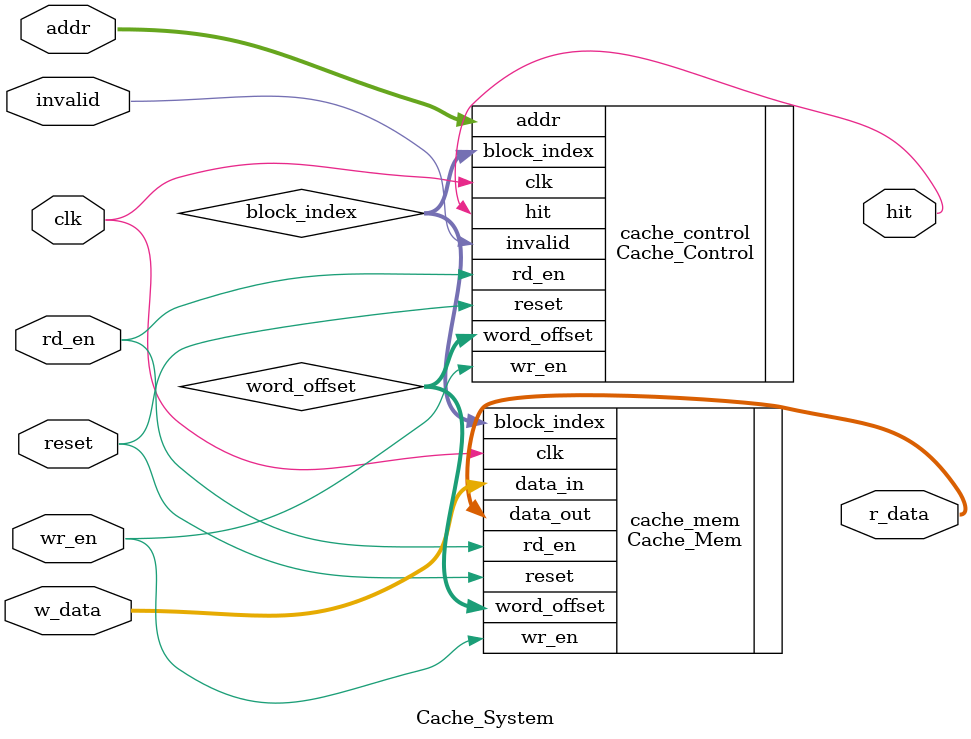
<source format=v>
`timescale 1ns / 1ps

module Cache_System
#(
    parameter ADDR_WIDTH = 32,            // Width of the address bus
              DATA_WIDTH = 8,             // Width of the data bus
              BLOCKS_NUM = 8              // Number of cache blocks
)(
    input                         clk,            // Clock signal
    input                         reset,          // Reset signal (active high)
    
    input                         wr_en,          // Write enable signal for the cache
    input                         rd_en,          // Read enable signal for the cache
    input                         invalid,        // Invalidate cache block signal
    input  [ADDR_WIDTH - 1:0]     addr,           // Input address for cache operations
    input  [4 * DATA_WIDTH - 1:0] w_data,         // Write data (4 words of DATA_WIDTH)
    
    output [DATA_WIDTH - 1:0]     r_data,         // Read data (1 word of DATA_WIDTH)
    output                        hit             // Cache hit flag
    );
    
    // Internal wires to connect between Cache_Control and Cache_Mem
    wire [$clog2(4 * BLOCKS_NUM) - 1:0] block_index;   // Index to select the cache block
    wire [1:0]                          word_offset;   // Offset to select a word within a block
    
    // Instantiate the Cache_Control module
    Cache_Control #(
        .ADDR_WIDTH(ADDR_WIDTH), 
        .BLOCKS_NUM(BLOCKS_NUM)
    ) cache_control (
        .clk(clk),                  // Connect the clock signal
        .reset(reset),              // Connect the reset signal
        .addr(addr),                // Input address from the system
        .wr_en(wr_en),        // Write enable from the system
        .rd_en(rd_en),        // Read enable from the system
        .invalid(invalid),          // Invalidate signal
        .block_index(block_index),  // Output block index to connect to cache memory
        .word_offset(word_offset),  // Output word offset within the block
        .hit(hit)                   // Output cache hit flag
    );
           
    
    // Instantiate the Cache_Mem module
    Cache_Mem #(
        .ADDR_WIDTH(ADDR_WIDTH), 
        .DATA_WIDTH(DATA_WIDTH), 
        .BLOCKS_NUM(BLOCKS_NUM)
    ) cache_mem (
        .clk(clk),                  // Connect the clock signal
        .reset(reset),              // Connect the reset signal
        .wr_en(wr_en),            // Write enable signal connected to write enable input
        .rd_en(rd_en),            // Read enable signal connected to read enable input
        .block_index(block_index),  // Input block index from Cache_Control
        .word_offset(word_offset),  // Input word offset from Cache_Control
        .data_in(w_data),           // Input write data (4 words)
        .data_out(r_data)           // Output read data (1 word)
    );

endmodule


</source>
